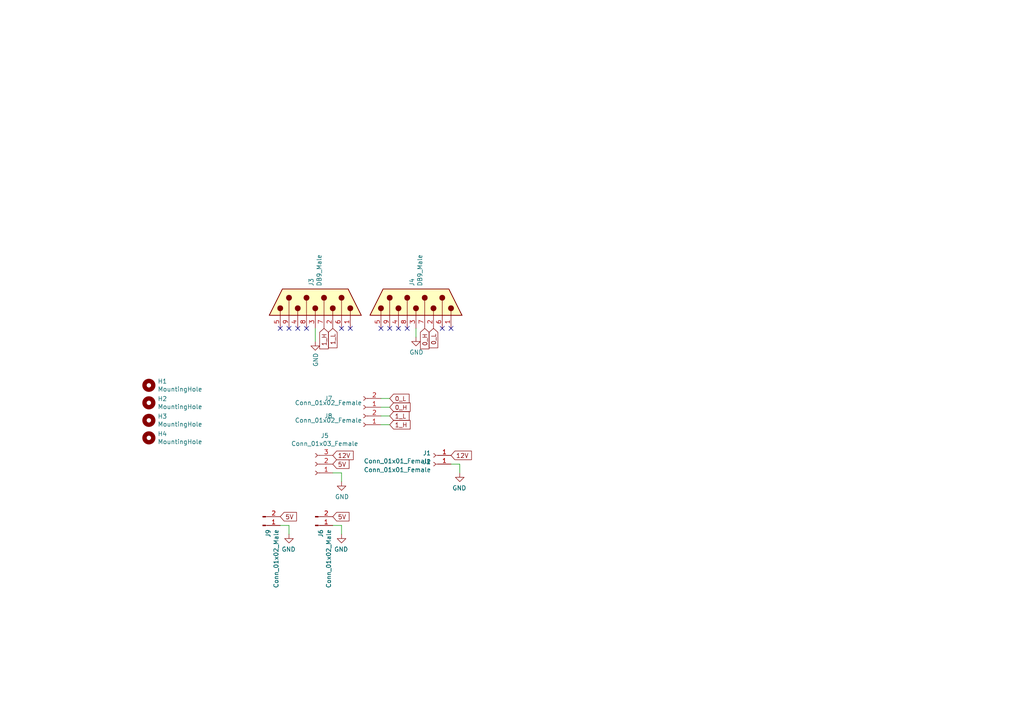
<source format=kicad_sch>
(kicad_sch (version 20230121) (generator eeschema)
  (paper "A4")
  (lib_symbols
    (symbol "Box-rescue:Conn_01x01_Female-Connector" (pin_names (offset 1.016) hide)
      (property "Reference" "J" (at 0 2.54 0))
      (property "Value" "Connector_Conn_01x01_Female" (at 0 -2.54 0))
      (symbol "Conn_01x01_Female-Connector_1_1"
        (polyline (pts (xy -1.27 0) (xy -0.508 0)) (stroke (width 0.1524)))
        (arc (start 0 0.508) (mid -0.5058 0) (end 0 -0.508) (stroke (width 0.1524)))
        (pin passive line (at -5.08 0 0) (length 3.81) (name "Pin_1") (number "1"))
      )
    )
    (symbol "Box-rescue:Conn_01x02_Female-Connector" (pin_names (offset 1.016) hide)
      (property "Reference" "J" (at 0 2.54 0))
      (property "Value" "Connector_Conn_01x02_Female" (at 0 -5.08 0))
      (symbol "Conn_01x02_Female-Connector_1_1"
        (arc (start 0 -2.032) (mid -0.5058 -2.54) (end 0 -3.048) (stroke (width 0.1524)))
        (polyline (pts (xy -1.27 -2.54) (xy -0.508 -2.54)) (stroke (width 0.1524)))
        (polyline (pts (xy -1.27 0) (xy -0.508 0)) (stroke (width 0.1524)))
        (arc (start 0 0.508) (mid -0.5058 0) (end 0 -0.508) (stroke (width 0.1524)))
        (pin passive line (at -5.08 0 0) (length 3.81) (name "Pin_1") (number "1"))
        (pin passive line (at -5.08 -2.54 0) (length 3.81) (name "Pin_2") (number "2"))
      )
    )
    (symbol "Box-rescue:Conn_01x02_Male-Connector" (pin_names (offset 1.016) hide)
      (property "Reference" "J" (at 0 2.54 0))
      (property "Value" "Connector_Conn_01x02_Male" (at 0 -5.08 0))
      (symbol "Conn_01x02_Male-Connector_1_1"
        (polyline (pts (xy 1.27 -2.54) (xy 0.8636 -2.54)) (stroke (width 0.1524)))
        (polyline (pts (xy 1.27 0) (xy 0.8636 0)) (stroke (width 0.1524)))
        (rectangle (start 0.8636 -2.413) (end 0 -2.667) (stroke (width 0.1524)) (fill (type outline)))
        (rectangle (start 0.8636 0.127) (end 0 -0.127) (stroke (width 0.1524)) (fill (type outline)))
        (pin passive line (at 5.08 0 180) (length 3.81) (name "Pin_1") (number "1"))
        (pin passive line (at 5.08 -2.54 180) (length 3.81) (name "Pin_2") (number "2"))
      )
    )
    (symbol "Box-rescue:Conn_01x03_Female-Connector" (pin_names (offset 1.016) hide)
      (property "Reference" "J" (at 0 5.08 0))
      (property "Value" "Connector_Conn_01x03_Female" (at 0 -5.08 0))
      (symbol "Conn_01x03_Female-Connector_1_1"
        (arc (start 0 -2.032) (mid -0.5058 -2.54) (end 0 -3.048) (stroke (width 0.1524)))
        (polyline (pts (xy -1.27 -2.54) (xy -0.508 -2.54)) (stroke (width 0.1524)))
        (polyline (pts (xy -1.27 0) (xy -0.508 0)) (stroke (width 0.1524)))
        (polyline (pts (xy -1.27 2.54) (xy -0.508 2.54)) (stroke (width 0.1524)))
        (arc (start 0 0.508) (mid -0.5058 0) (end 0 -0.508) (stroke (width 0.1524)))
        (arc (start 0 3.048) (mid -0.5058 2.54) (end 0 2.032) (stroke (width 0.1524)))
        (pin passive line (at -5.08 2.54 0) (length 3.81) (name "Pin_1") (number "1"))
        (pin passive line (at -5.08 0 0) (length 3.81) (name "Pin_2") (number "2"))
        (pin passive line (at -5.08 -2.54 0) (length 3.81) (name "Pin_3") (number "3"))
      )
    )
    (symbol "Box-rescue:DB9_Male-Connector" (pin_names (offset 1.016) hide)
      (property "Reference" "J" (at 0 13.97 0))
      (property "Value" "Connector_DB9_Male" (at 0 -14.605 0))
      (symbol "DB9_Male-Connector_0_1"
        (circle (center -1.778 -10.16) (radius 0.762) (fill (type outline)))
        (circle (center -1.778 -5.08) (radius 0.762) (fill (type outline)))
        (circle (center -1.778 0) (radius 0.762) (fill (type outline)))
        (circle (center -1.778 5.08) (radius 0.762) (fill (type outline)))
        (circle (center -1.778 10.16) (radius 0.762) (fill (type outline)))
        (polyline (pts (xy -3.81 -10.16) (xy -2.54 -10.16)))
        (polyline (pts (xy -3.81 -7.62) (xy 0.508 -7.62)))
        (polyline (pts (xy -3.81 -5.08) (xy -2.54 -5.08)))
        (polyline (pts (xy -3.81 -2.54) (xy 0.508 -2.54)))
        (polyline (pts (xy -3.81 0) (xy -2.54 0)))
        (polyline (pts (xy -3.81 2.54) (xy 0.508 2.54)))
        (polyline (pts (xy -3.81 5.08) (xy -2.54 5.08)))
        (polyline (pts (xy -3.81 7.62) (xy 0.508 7.62)))
        (polyline (pts (xy -3.81 10.16) (xy -2.54 10.16)))
        (polyline (pts (xy -3.81 -13.335) (xy -3.81 13.335) (xy 3.81 9.525) (xy 3.81 -9.525) (xy -3.81 -13.335)) (stroke (width 0.254)) (fill (type background)))
        (circle (center 1.27 -7.62) (radius 0.762) (fill (type outline)))
        (circle (center 1.27 -2.54) (radius 0.762) (fill (type outline)))
        (circle (center 1.27 2.54) (radius 0.762) (fill (type outline)))
        (circle (center 1.27 7.62) (radius 0.762) (fill (type outline)))
      )
      (symbol "DB9_Male-Connector_1_1"
        (pin passive line (at -7.62 -10.16 0) (length 3.81) (name "1") (number "1"))
        (pin passive line (at -7.62 -5.08 0) (length 3.81) (name "2") (number "2"))
        (pin passive line (at -7.62 0 0) (length 3.81) (name "3") (number "3"))
        (pin passive line (at -7.62 5.08 0) (length 3.81) (name "4") (number "4"))
        (pin passive line (at -7.62 10.16 0) (length 3.81) (name "5") (number "5"))
        (pin passive line (at -7.62 -7.62 0) (length 3.81) (name "6") (number "6"))
        (pin passive line (at -7.62 -2.54 0) (length 3.81) (name "7") (number "7"))
        (pin passive line (at -7.62 2.54 0) (length 3.81) (name "8") (number "8"))
        (pin passive line (at -7.62 7.62 0) (length 3.81) (name "9") (number "9"))
      )
    )
    (symbol "Mechanical:MountingHole" (pin_names (offset 1.016))
      (property "Reference" "H" (at 0 5.08 0))
      (property "Value" "MountingHole" (at 0 3.175 0))
      (symbol "MountingHole_0_1"
        (circle (center 0 0) (radius 1.27) (stroke (width 1.27)))
      )
    )
    (symbol "power:GND" (power) (pin_names (offset 0))
      (property "Value" "GND" (at 0 -3.81 0))
      (symbol "GND_0_1"
        (polyline (pts (xy 0 0) (xy 0 -1.27) (xy 1.27 -1.27) (xy 0 -2.54) (xy -1.27 -1.27) (xy 0 -1.27)))
      )
      (symbol "GND_1_1"
        (pin power_in line (at 0 0 270) (length 0) hide (name "GND") (number "1"))
      )
    )
  )
  (no_connect (at 128.27 95.25))
  (no_connect (at 130.81 95.25))
  (no_connect (at 99.06 95.25))
  (no_connect (at 86.36 95.25))
  (no_connect (at 101.6 95.25))
  (no_connect (at 83.82 95.25))
  (no_connect (at 115.57 95.25))
  (no_connect (at 88.9 95.25))
  (no_connect (at 113.03 95.25))
  (no_connect (at 110.49 95.25))
  (no_connect (at 118.11 95.25))
  (no_connect (at 81.28 95.25))
  (wire (pts (xy 113.03 115.57) (xy 110.49 115.57)))
  (wire (pts (xy 99.06 137.16) (xy 99.06 139.7)))
  (wire (pts (xy 91.44 95.25) (xy 91.44 99.06)))
  (wire (pts (xy 120.65 95.25) (xy 120.65 97.79)))
  (wire (pts (xy 81.28 152.4) (xy 83.82 152.4)))
  (wire (pts (xy 113.03 123.19) (xy 110.49 123.19)))
  (wire (pts (xy 83.82 152.4) (xy 83.82 154.94)))
  (wire (pts (xy 113.03 120.65) (xy 110.49 120.65)))
  (wire (pts (xy 113.03 118.11) (xy 110.49 118.11)))
  (wire (pts (xy 96.52 152.4) (xy 99.06 152.4)))
  (wire (pts (xy 96.52 137.16) (xy 99.06 137.16)))
  (wire (pts (xy 99.06 152.4) (xy 99.06 154.94)))
  (wire (pts (xy 133.35 134.62) (xy 133.35 137.16)))
  (wire (pts (xy 130.81 134.62) (xy 133.35 134.62)))
  (global_label "5V" (shape input) (at 81.28 149.86 0) (property "Intersheetrefs" "${INTERSHEET_REFS}" (effects hide)))
  (global_label "1_H" (shape input) (at 93.98 95.25 270) (property "Intersheetrefs" "${INTERSHEET_REFS}" (effects hide)))
  (global_label "1_H" (shape input) (at 113.03 123.19 0) (property "Intersheetrefs" "${INTERSHEET_REFS}" (effects hide)))
  (global_label "1_L" (shape input) (at 113.03 120.65 0) (property "Intersheetrefs" "${INTERSHEET_REFS}" (effects hide)))
  (global_label "12V" (shape input) (at 130.81 132.08 0) (property "Intersheetrefs" "${INTERSHEET_REFS}" (effects hide)))
  (global_label "0_L" (shape input) (at 125.73 95.25 270) (property "Intersheetrefs" "${INTERSHEET_REFS}" (effects hide)))
  (global_label "0_L" (shape input) (at 113.03 115.57 0) (property "Intersheetrefs" "${INTERSHEET_REFS}" (effects hide)))
  (global_label "0_H" (shape input) (at 113.03 118.11 0) (property "Intersheetrefs" "${INTERSHEET_REFS}" (effects hide)))
  (global_label "1_L" (shape input) (at 96.52 95.25 270) (property "Intersheetrefs" "${INTERSHEET_REFS}" (effects hide)))
  (global_label "5V" (shape input) (at 96.52 134.62 0) (property "Intersheetrefs" "${INTERSHEET_REFS}" (effects hide)))
  (global_label "5V" (shape input) (at 96.52 149.86 0) (property "Intersheetrefs" "${INTERSHEET_REFS}" (effects hide)))
  (global_label "0_H" (shape input) (at 123.19 95.25 270) (property "Intersheetrefs" "${INTERSHEET_REFS}" (effects hide)))
  (global_label "12V" (shape input) (at 96.52 132.08 0) (property "Intersheetrefs" "${INTERSHEET_REFS}" (effects hide)))
  (symbol (lib_id "power:GND") (at 91.44 99.06 0) (unit 1)
    (property "Reference" "#PWR0101" (effects hide))
    (property "Value" "GND" (at 91.567 102.3112 90) (effects (justify right)))
  )
  (symbol (lib_id "power:GND") (at 120.65 97.79 0) (unit 1)
    (property "Reference" "#PWR0102" (effects hide))
    (property "Value" "GND" (at 120.777 102.1842 0))
  )
  (symbol (lib_id "Box-rescue:DB9_Male-Connector") (at 120.65 87.63 90) (unit 1)
    (property "Reference" "J4" (at 119.4816 83.058 0) (effects (justify left)))
    (property "Value" "DB9_Male" (at 121.793 83.058 0) (effects (justify left)))
    (property "Footprint" "Connector_Dsub:DSUB-9_Male_Horizontal_P2.77x2.84mm_EdgePinOffset7.70mm_Housed_MountingHolesOffset9.12mm" (effects hide))
    (property "Datasheet" " ~" (effects hide))
  )
  (symbol (lib_id "Box-rescue:DB9_Male-Connector") (at 91.44 87.63 90) (unit 1)
    (property "Reference" "J3" (at 90.2716 83.058 0) (effects (justify left)))
    (property "Value" "DB9_Male" (at 92.583 83.058 0) (effects (justify left)))
    (property "Footprint" "Connector_Dsub:DSUB-9_Male_Horizontal_P2.77x2.84mm_EdgePinOffset7.70mm_Housed_MountingHolesOffset9.12mm" (effects hide))
    (property "Datasheet" " ~" (effects hide))
  )
  (symbol (lib_id "Box-rescue:Conn_01x01_Female-Connector") (at 125.73 132.08 0) (mirror y) (unit 1)
    (property "Reference" "J1" (at 125.0188 131.4196 0) (effects (justify left)))
    (property "Value" "Conn_01x01_Female" (at 125.0188 133.731 0) (effects (justify left)))
    (property "Footprint" "Footprints:Banana_Jack" (effects hide))
  )
  (symbol (lib_id "Box-rescue:Conn_01x01_Female-Connector") (at 125.73 134.62 0) (mirror y) (unit 1)
    (property "Reference" "J2" (at 125.0188 133.9596 0) (effects (justify left)))
    (property "Value" "Conn_01x01_Female" (at 125.0188 136.271 0) (effects (justify left)))
    (property "Footprint" "Footprints:Banana_Jack" (effects hide))
  )
  (symbol (lib_id "Box-rescue:Conn_01x02_Male-Connector") (at 91.44 152.4 0) (mirror x) (unit 1)
    (property "Reference" "J6" (at 93.0148 153.5176 90) (effects (justify left)))
    (property "Value" "Conn_01x02_Male" (at 95.3262 153.5176 90) (effects (justify left)))
    (property "Footprint" "Connector_JST:JST_EH_B2B-EH-A_1x02_P2.50mm_Vertical" (effects hide))
  )
  (symbol (lib_id "Mechanical:MountingHole") (at 43.18 111.76 0) (unit 1)
    (property "Reference" "H1" (at 45.72 110.5916 0) (effects (justify left)))
    (property "Value" "MountingHole" (at 45.72 112.903 0) (effects (justify left)))
    (property "Footprint" "MountingHole:MountingHole_3.2mm_M3" (effects hide))
  )
  (symbol (lib_id "Mechanical:MountingHole") (at 43.18 116.84 0) (unit 1)
    (property "Reference" "H2" (at 45.72 115.6716 0) (effects (justify left)))
    (property "Value" "MountingHole" (at 45.72 117.983 0) (effects (justify left)))
    (property "Footprint" "MountingHole:MountingHole_3.2mm_M3" (effects hide))
  )
  (symbol (lib_id "Mechanical:MountingHole") (at 43.18 121.92 0) (unit 1)
    (property "Reference" "H3" (at 45.72 120.7516 0) (effects (justify left)))
    (property "Value" "MountingHole" (at 45.72 123.063 0) (effects (justify left)))
    (property "Footprint" "MountingHole:MountingHole_3.2mm_M3" (effects hide))
  )
  (symbol (lib_id "Mechanical:MountingHole") (at 43.18 127 0) (unit 1)
    (property "Reference" "H4" (at 45.72 125.8316 0) (effects (justify left)))
    (property "Value" "MountingHole" (at 45.72 128.143 0) (effects (justify left)))
    (property "Footprint" "MountingHole:MountingHole_3.2mm_M3" (effects hide))
  )
  (symbol (lib_id "power:GND") (at 99.06 139.7 0) (unit 1)
    (property "Reference" "#PWR0103" (effects hide))
    (property "Value" "GND" (at 99.187 144.0942 0))
  )
  (symbol (lib_id "Box-rescue:Conn_01x02_Female-Connector") (at 105.41 118.11 180) (unit 1)
    (property "Reference" "J7" (at 95.25 115.57 0))
    (property "Value" "Conn_01x02_Female" (at 95.25 116.84 0))
    (property "Footprint" "TerminalBlock_Phoenix:TerminalBlock_Phoenix_MKDS-1,5-2-5.08_1x02_P5.08mm_Horizontal" (effects hide))
  )
  (symbol (lib_id "Box-rescue:Conn_01x02_Female-Connector") (at 105.41 123.19 180) (unit 1)
    (property "Reference" "J8" (at 95.25 120.65 0))
    (property "Value" "Conn_01x02_Female" (at 95.25 121.92 0))
    (property "Footprint" "TerminalBlock_Phoenix:TerminalBlock_Phoenix_MKDS-1,5-2-5.08_1x02_P5.08mm_Horizontal" (effects hide))
  )
  (symbol (lib_id "Box-rescue:Conn_01x03_Female-Connector") (at 91.44 134.62 180) (unit 1)
    (property "Reference" "J5" (at 94.1832 126.365 0))
    (property "Value" "Conn_01x03_Female" (at 94.1832 128.6764 0))
    (property "Footprint" "TerminalBlock_Phoenix:TerminalBlock_Phoenix_MKDS-1,5-3-5.08_1x03_P5.08mm_Horizontal" (effects hide))
  )
  (symbol (lib_id "power:GND") (at 133.35 137.16 0) (mirror y) (unit 1)
    (property "Reference" "#PWR0106" (effects hide))
    (property "Value" "GND" (at 133.223 141.5542 0))
  )
  (symbol (lib_id "power:GND") (at 99.06 154.94 0) (mirror y) (unit 1)
    (property "Reference" "#PWR0104" (effects hide))
    (property "Value" "GND" (at 98.933 159.3342 0))
  )
  (symbol (lib_id "Box-rescue:Conn_01x02_Male-Connector") (at 76.2 152.4 0) (mirror x) (unit 1)
    (property "Reference" "J9" (at 77.7748 153.5176 90) (effects (justify left)))
    (property "Value" "Conn_01x02_Male" (at 80.0862 153.5176 90) (effects (justify left)))
    (property "Footprint" "TerminalBlock_Phoenix:TerminalBlock_Phoenix_MKDS-1,5-2-5.08_1x02_P5.08mm_Horizontal" (effects hide))
  )
  (symbol (lib_id "power:GND") (at 83.82 154.94 0) (mirror y) (unit 1)
    (property "Reference" "#PWR01" (effects hide))
    (property "Value" "GND" (at 83.693 159.3342 0))
  )
)
</source>
